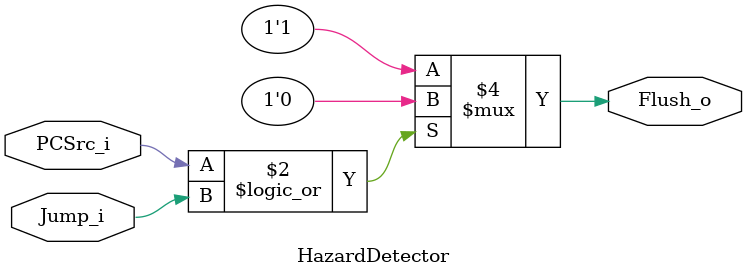
<source format=v>
module HazardDetector(PCSrc_i, Jump_i, Flush_o);

input PCSrc_i, Jump_i;
output reg Flush_o;

always@(*)
    if(PCSrc_i || Jump_i)
        Flush_o = 1'b0;
    else
        Flush_o = 1'b1;
        
endmodule

</source>
